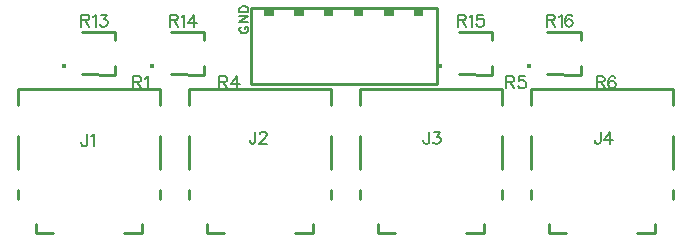
<source format=gto>
G04 DipTrace 3.2.0.1*
G04 WellMonitor.gto*
%MOIN*%
G04 #@! TF.FileFunction,Legend,Top*
G04 #@! TF.Part,Single*
%ADD10C,0.009843*%
%ADD23C,0.01574*%
%ADD45C,0.006176*%
%ADD46C,0.007*%
%FSLAX26Y26*%
G04*
G70*
G90*
G75*
G01*
G04 TopSilk*
%LPD*%
X457504Y899646D2*
D10*
X929898D1*
Y561044D2*
Y533499D1*
X457504Y561044D2*
Y533499D1*
X870849Y419287D2*
Y448848D1*
X929898Y742158D2*
Y631922D1*
Y899646D2*
Y844500D1*
X516553Y419287D2*
Y448848D1*
X457504Y742158D2*
Y631922D1*
Y899646D2*
Y844500D1*
X516553Y419287D2*
X575603D1*
X811799D2*
X870849D1*
X1027504Y899646D2*
X1499898D1*
Y561044D2*
Y533499D1*
X1027504Y561044D2*
Y533499D1*
X1440849Y419287D2*
Y448848D1*
X1499898Y742158D2*
Y631922D1*
Y899646D2*
Y844500D1*
X1086553Y419287D2*
Y448848D1*
X1027504Y742158D2*
Y631922D1*
Y899646D2*
Y844500D1*
X1086553Y419287D2*
X1145603D1*
X1381799D2*
X1440849D1*
X1597504Y899646D2*
X2069898D1*
Y561044D2*
Y533499D1*
X1597504Y561044D2*
Y533499D1*
X2010849Y419287D2*
Y448848D1*
X2069898Y742158D2*
Y631922D1*
Y899646D2*
Y844500D1*
X1656553Y419287D2*
Y448848D1*
X1597504Y742158D2*
Y631922D1*
Y899646D2*
Y844500D1*
X1656553Y419287D2*
X1715603D1*
X1951799D2*
X2010849D1*
X2167504Y899646D2*
X2639898D1*
Y561044D2*
Y533499D1*
X2167504Y561044D2*
Y533499D1*
X2580849Y419287D2*
Y448848D1*
X2639898Y742158D2*
Y631922D1*
Y899646D2*
Y844500D1*
X2226553Y419287D2*
Y448848D1*
X2167504Y742158D2*
Y631922D1*
Y899646D2*
Y844500D1*
X2226553Y419287D2*
X2285603D1*
X2521799D2*
X2580849D1*
X1852756Y1169693D2*
X1234646D1*
Y913779D1*
X1852756D1*
Y1169693D1*
G36*
X1809365Y1141186D2*
X1778027D1*
Y1172696D1*
X1809365D1*
Y1141186D1*
G37*
G36*
X1709478D2*
X1677955D1*
Y1172696D1*
X1709478D1*
Y1141186D1*
G37*
G36*
X1609406D2*
X1577944D1*
Y1172696D1*
X1609406D1*
Y1141186D1*
G37*
G36*
X1509396D2*
X1477872D1*
Y1172696D1*
X1509396D1*
Y1141186D1*
G37*
G36*
X1409447D2*
X1377986D1*
Y1172696D1*
X1409447D1*
Y1141186D1*
G37*
G36*
X1309437D2*
X1277914D1*
Y1172696D1*
X1309437D1*
Y1141186D1*
G37*
X671041Y1087451D2*
D10*
X782065Y1088315D1*
Y1060762D1*
X671041Y947447D2*
X782065Y946583D1*
Y974136D2*
Y946583D1*
D23*
X609588Y974143D3*
X967350Y1087451D2*
D10*
X1078374Y1088315D1*
Y1060762D1*
X967350Y947447D2*
X1078374Y946583D1*
Y974136D2*
Y946583D1*
D23*
X905897Y974143D3*
X1926396Y1087451D2*
D10*
X2037420Y1088315D1*
Y1060762D1*
X1926396Y947447D2*
X2037420Y946583D1*
Y974136D2*
Y946583D1*
D23*
X1864942Y974143D3*
X2222215Y1087451D2*
D10*
X2333238Y1088315D1*
Y1060762D1*
X2222215Y947447D2*
X2333238Y946583D1*
Y974136D2*
Y946583D1*
D23*
X2160761Y974143D3*
X688013Y748151D2*
D45*
Y717554D1*
X686112Y711806D1*
X684166Y709904D1*
X680364Y707959D1*
X676517D1*
X672715Y709904D1*
X670813Y711806D1*
X668868Y717554D1*
Y721356D1*
X700365Y740457D2*
X704211Y742403D1*
X709959Y748107D1*
Y707959D1*
X1249413Y756724D2*
Y726127D1*
X1247512Y720379D1*
X1245566Y718478D1*
X1241764Y716532D1*
X1237917D1*
X1234115Y718478D1*
X1232213Y720379D1*
X1230268Y726127D1*
Y729930D1*
X1263710Y747130D2*
Y749031D1*
X1265611Y752878D1*
X1267513Y754779D1*
X1271359Y756680D1*
X1279009D1*
X1282811Y754779D1*
X1284713Y752878D1*
X1286658Y749031D1*
Y745228D1*
X1284713Y741382D1*
X1280910Y735678D1*
X1261765Y716532D1*
X1288559D1*
X1827988Y755295D2*
Y724698D1*
X1826087Y718950D1*
X1824141Y717049D1*
X1820339Y715103D1*
X1816492D1*
X1812689Y717049D1*
X1810788Y718950D1*
X1808843Y724698D1*
Y728501D1*
X1844186Y755251D2*
X1865189D1*
X1853737Y739952D1*
X1859485D1*
X1863287Y738051D1*
X1865189Y736150D1*
X1867134Y730402D1*
Y726599D1*
X1865189Y720851D1*
X1861386Y717004D1*
X1855638Y715103D1*
X1849890D1*
X1844186Y717004D1*
X1842285Y718950D1*
X1840339Y722753D1*
X2399896Y755295D2*
Y724698D1*
X2397994Y718950D1*
X2396049Y717049D1*
X2392246Y715103D1*
X2388400D1*
X2384597Y717049D1*
X2382696Y718950D1*
X2380750Y724698D1*
Y728501D1*
X2431392Y715103D2*
Y755251D1*
X2412247Y728501D1*
X2440943D1*
X842588Y921745D2*
X859788D1*
X865536Y923690D1*
X867481Y925591D1*
X869382Y929394D1*
Y933241D1*
X867481Y937043D1*
X865536Y938989D1*
X859788Y940890D1*
X842588D1*
Y900698D1*
X855985Y921745D2*
X869382Y900698D1*
X881734Y933196D2*
X885581Y935142D1*
X891329Y940846D1*
Y900698D1*
X1129228Y921745D2*
X1146427D1*
X1152175Y923690D1*
X1154121Y925591D1*
X1156022Y929394D1*
Y933241D1*
X1154121Y937043D1*
X1152175Y938989D1*
X1146427Y940890D1*
X1129228D1*
Y900698D1*
X1142625Y921745D2*
X1156022Y900698D1*
X1187519D2*
Y940846D1*
X1168374Y914095D1*
X1197070D1*
X2085824Y921745D2*
X2103024D1*
X2108772Y923690D1*
X2110717Y925591D1*
X2112618Y929394D1*
Y933241D1*
X2110717Y937043D1*
X2108772Y938989D1*
X2103024Y940890D1*
X2085824D1*
Y900698D1*
X2099221Y921745D2*
X2112618Y900698D1*
X2147918Y940846D2*
X2128817D1*
X2126915Y923646D1*
X2128817Y925547D1*
X2134565Y927493D1*
X2140268D1*
X2146017Y925547D1*
X2149863Y921745D1*
X2151765Y915997D1*
Y912194D1*
X2149863Y906446D1*
X2146017Y902599D1*
X2140268Y900698D1*
X2134565D1*
X2128817Y902599D1*
X2126915Y904545D1*
X2124970Y908347D1*
X2386430Y921745D2*
X2403630D1*
X2409378Y923690D1*
X2411324Y925591D1*
X2413225Y929394D1*
Y933241D1*
X2411324Y937043D1*
X2409378Y938989D1*
X2403630Y940890D1*
X2386430D1*
Y900698D1*
X2399828Y921745D2*
X2413225Y900698D1*
X2448524Y935142D2*
X2446623Y938944D1*
X2440875Y940846D1*
X2437073D1*
X2431325Y938944D1*
X2427478Y933196D1*
X2425576Y923646D1*
Y914095D1*
X2427478Y906446D1*
X2431325Y902599D1*
X2437073Y900698D1*
X2438974D1*
X2444678Y902599D1*
X2448524Y906446D1*
X2450426Y912194D1*
Y914095D1*
X2448524Y919843D1*
X2444678Y923646D1*
X2438974Y925547D1*
X2437073D1*
X2431325Y923646D1*
X2427478Y919843D1*
X2425576Y914095D1*
X668621Y1127748D2*
X685821D1*
X691569Y1129694D1*
X693514Y1131595D1*
X695416Y1135398D1*
Y1139244D1*
X693514Y1143047D1*
X691569Y1144992D1*
X685821Y1146894D1*
X668621D1*
Y1106702D1*
X682018Y1127748D2*
X695416Y1106702D1*
X707767Y1139200D2*
X711614Y1141146D1*
X717362Y1146849D1*
Y1106702D1*
X733560Y1146849D2*
X754562D1*
X743111Y1131551D1*
X748859D1*
X752661Y1129650D1*
X754562Y1127748D1*
X756508Y1122000D1*
Y1118198D1*
X754562Y1112450D1*
X750760Y1108603D1*
X745012Y1106702D1*
X739264D1*
X733560Y1108603D1*
X731659Y1110548D1*
X729713Y1114351D1*
X963979Y1127748D2*
X981179D1*
X986927Y1129694D1*
X988872Y1131595D1*
X990773Y1135398D1*
Y1139244D1*
X988872Y1143047D1*
X986927Y1144992D1*
X981179Y1146894D1*
X963979D1*
Y1106702D1*
X977376Y1127748D2*
X990773Y1106702D1*
X1003125Y1139200D2*
X1006972Y1141146D1*
X1012720Y1146849D1*
Y1106702D1*
X1044216D2*
Y1146849D1*
X1025071Y1120099D1*
X1053767D1*
X1923975Y1127748D2*
X1941175D1*
X1946923Y1129694D1*
X1948869Y1131595D1*
X1950770Y1135398D1*
Y1139244D1*
X1948869Y1143047D1*
X1946923Y1144992D1*
X1941175Y1146894D1*
X1923975D1*
Y1106702D1*
X1937373Y1127748D2*
X1950770Y1106702D1*
X1963121Y1139200D2*
X1966968Y1141146D1*
X1972716Y1146849D1*
Y1106702D1*
X2008016Y1146849D2*
X1988914D1*
X1987013Y1129650D1*
X1988914Y1131551D1*
X1994662Y1133496D1*
X2000366D1*
X2006114Y1131551D1*
X2009961Y1127748D1*
X2011862Y1122000D1*
Y1118198D1*
X2009961Y1112450D1*
X2006114Y1108603D1*
X2000366Y1106702D1*
X1994662D1*
X1988914Y1108603D1*
X1987013Y1110548D1*
X1985068Y1114351D1*
X2220767Y1127748D2*
X2237967D1*
X2243715Y1129694D1*
X2245660Y1131595D1*
X2247562Y1135398D1*
Y1139244D1*
X2245660Y1143047D1*
X2243715Y1144992D1*
X2237967Y1146894D1*
X2220767D1*
Y1106702D1*
X2234164Y1127748D2*
X2247562Y1106702D1*
X2259913Y1139200D2*
X2263760Y1141146D1*
X2269508Y1146849D1*
Y1106702D1*
X2304807Y1141146D2*
X2302906Y1144948D1*
X2297158Y1146849D1*
X2293355D1*
X2287607Y1144948D1*
X2283761Y1139200D1*
X2281859Y1129650D1*
Y1120099D1*
X2283761Y1112450D1*
X2287607Y1108603D1*
X2293355Y1106702D1*
X2295257D1*
X2300960Y1108603D1*
X2304807Y1112450D1*
X2306708Y1118198D1*
Y1120099D1*
X2304807Y1125847D1*
X2300960Y1129650D1*
X2295257Y1131551D1*
X2293355D1*
X2287607Y1129650D1*
X2283761Y1125847D1*
X2281859Y1120099D1*
X1202515Y1106646D2*
D46*
X1199663Y1105220D1*
X1196778Y1102335D1*
X1195352Y1099483D1*
Y1093746D1*
X1196778Y1090861D1*
X1199663Y1088009D1*
X1202515Y1086550D1*
X1206826Y1085124D1*
X1214022D1*
X1218300Y1086550D1*
X1221185Y1088009D1*
X1224037Y1090861D1*
X1225496Y1093746D1*
Y1099483D1*
X1224037Y1102335D1*
X1221185Y1105220D1*
X1218300Y1106646D1*
X1214022D1*
Y1099483D1*
X1195352Y1140742D2*
X1225496D1*
X1195352Y1120646D1*
X1225496D1*
X1195352Y1154742D2*
X1225496D1*
Y1164790D1*
X1224037Y1169101D1*
X1221185Y1171986D1*
X1218300Y1173412D1*
X1214022Y1174838D1*
X1206826D1*
X1202515Y1173412D1*
X1199663Y1171986D1*
X1196778Y1169101D1*
X1195352Y1164790D1*
Y1154742D1*
M02*

</source>
